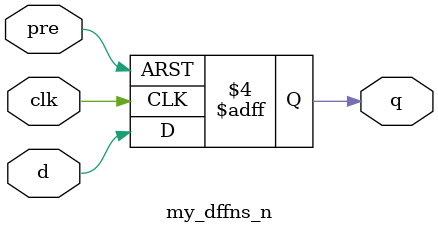
<source format=v>
module my_dff (
    input d,
    clk,
    output reg q
);
  initial q <= 1'b0;
  always @(posedge clk) q <= d;
endmodule

module my_dffr_p (
    input d,
    clk,
    clr,
    output reg q
);
  initial q <= 1'b0;
  always @(posedge clk or posedge clr)
    if (clr) q <= 1'b0;
    else q <= d;
endmodule

module my_dffr_n (
    input d,
    clk,
    clr,
    output reg q
);
  initial q <= 1'b0;
  always @(posedge clk or negedge clr)
    if (!clr) q <= 1'b0;
    else q <= d;
endmodule

module my_dffs_p (
    input d,
    clk,
    pre,
    output reg q
);
  initial q <= 1'b0;
  always @(posedge clk or posedge pre)
    if (pre) q <= 1'b1;
    else q <= d;
endmodule

module my_dffs_n (
    input d,
    clk,
    pre,
    output reg q
);
  initial q <= 1'b0;
  always @(posedge clk or negedge pre)
    if (!pre) q <= 1'b1;
    else q <= d;
endmodule

module my_dffn (
    input d,
    clk,
    output reg q
);
  initial q <= 1'b0;
  always @(negedge clk) q <= d;
endmodule

module my_dffnr_p (
    input d,
    clk,
    clr,
    output reg q
);
  initial q <= 1'b0;
  always @(negedge clk or posedge clr)
    if (clr) q <= 1'b0;
    else q <= d;
endmodule

module my_dffnr_n (
    input d,
    clk,
    clr,
    output reg q
);
  initial q <= 1'b0;
  always @(negedge clk or negedge clr)
    if (!clr) q <= 1'b0;
    else q <= d;
endmodule

module my_dffns_p (
    input d,
    clk,
    pre,
    output reg q
);
  initial q <= 1'b0;
  always @(negedge clk or posedge pre)
    if (pre) q <= 1'b1;
    else q <= d;
endmodule

module my_dffns_n (
    input d,
    clk,
    pre,
    output reg q
);
  initial q <= 1'b0;
  always @(negedge clk or negedge pre)
    if (!pre) q <= 1'b1;
    else q <= d;
endmodule

</source>
